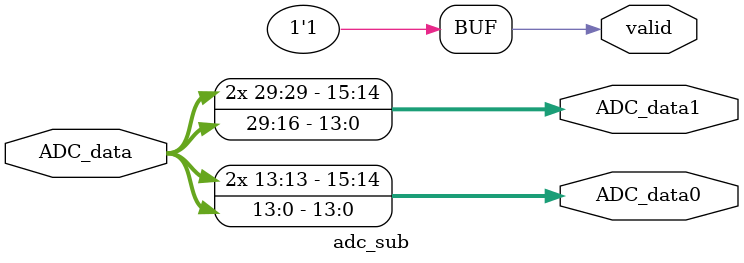
<source format=v>
`timescale 1ns / 1ps
module adc_sub(
    input  [31:0]ADC_data,
    output  signed [15:0]ADC_data0,
    output  signed [15:0]ADC_data1,
    output valid
    );
    assign valid=1;
    assign ADC_data0 = $signed(ADC_data[0 +:14]);
    assign ADC_data1 = $signed(ADC_data[16 +:14]);
endmodule

</source>
